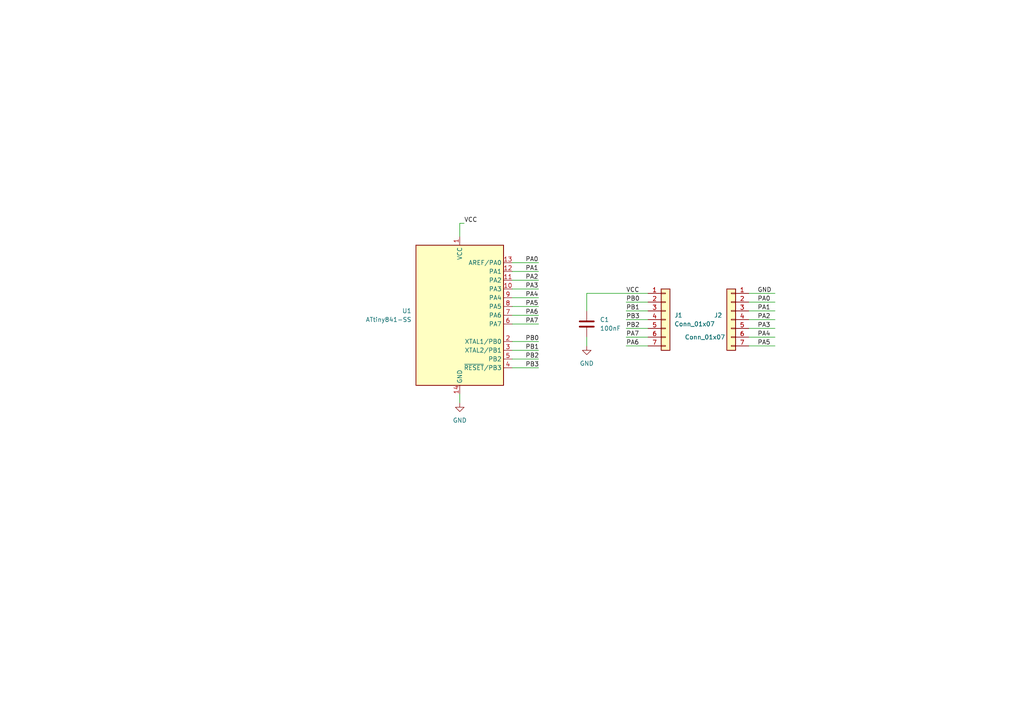
<source format=kicad_sch>
(kicad_sch (version 20211123) (generator eeschema)
  (paper "A4")
  (lib_symbols
    (symbol "Connector_Generic:Conn_01x07" (pin_names (offset 1.016) hide)
      (property "Reference" "J" (at 0 10.16 0))
      (property "Value" "Conn_01x07" (at 0 -10.16 0))
      (symbol "Conn_01x07_1_1"
        (rectangle (start -1.27 -7.493) (end 0 -7.747) (stroke (width 0.1524)))
        (rectangle (start -1.27 -4.953) (end 0 -5.207) (stroke (width 0.1524)))
        (rectangle (start -1.27 -2.413) (end 0 -2.667) (stroke (width 0.1524)))
        (rectangle (start -1.27 0.127) (end 0 -0.127) (stroke (width 0.1524)))
        (rectangle (start -1.27 2.667) (end 0 2.413) (stroke (width 0.1524)))
        (rectangle (start -1.27 5.207) (end 0 4.953) (stroke (width 0.1524)))
        (rectangle (start -1.27 7.747) (end 0 7.493) (stroke (width 0.1524)))
        (rectangle (start -1.27 8.89) (end 1.27 -8.89) (stroke (width 0.254)) (fill (type background)))
        (pin passive line (at -5.08 7.62 0) (length 3.81) (name "Pin_1") (number "1"))
        (pin passive line (at -5.08 5.08 0) (length 3.81) (name "Pin_2") (number "2"))
        (pin passive line (at -5.08 2.54 0) (length 3.81) (name "Pin_3") (number "3"))
        (pin passive line (at -5.08 0 0) (length 3.81) (name "Pin_4") (number "4"))
        (pin passive line (at -5.08 -2.54 0) (length 3.81) (name "Pin_5") (number "5"))
        (pin passive line (at -5.08 -5.08 0) (length 3.81) (name "Pin_6") (number "6"))
        (pin passive line (at -5.08 -7.62 0) (length 3.81) (name "Pin_7") (number "7"))
      )
    )
    (symbol "Device:C" (pin_numbers hide) (pin_names (offset 0.254))
      (property "Reference" "C" (at 0.635 2.54 0))
      (property "Value" "C" (at 0.635 -2.54 0))
      (symbol "C_0_1"
        (polyline (pts (xy -2.032 -0.762) (xy 2.032 -0.762)) (stroke (width 0.508)))
        (polyline (pts (xy -2.032 0.762) (xy 2.032 0.762)) (stroke (width 0.508)))
      )
      (symbol "C_1_1"
        (pin passive line (at 0 3.81 270) (length 2.794) (name "~") (number "1"))
        (pin passive line (at 0 -3.81 90) (length 2.794) (name "~") (number "2"))
      )
    )
    (symbol "MCU_Microchip_ATtiny:ATtiny841-SS"
      (property "Reference" "U" (at -12.7 21.59 0))
      (property "Value" "ATtiny841-SS" (at 2.54 -21.59 0))
      (symbol "ATtiny841-SS_0_1"
        (rectangle (start -12.7 -20.32) (end 12.7 20.32) (stroke (width 0.254)) (fill (type background)))
      )
      (symbol "ATtiny841-SS_1_1"
        (pin power_in line (at 0 22.86 270) (length 2.54) (name "VCC") (number "1"))
        (pin bidirectional line (at 15.24 7.62 180) (length 2.54) (name "PA3") (number "10"))
        (pin bidirectional line (at 15.24 10.16 180) (length 2.54) (name "PA2") (number "11"))
        (pin bidirectional line (at 15.24 12.7 180) (length 2.54) (name "PA1") (number "12"))
        (pin bidirectional line (at 15.24 15.24 180) (length 2.54) (name "AREF/PA0") (number "13"))
        (pin power_in line (at 0 -22.86 90) (length 2.54) (name "GND") (number "14"))
        (pin bidirectional line (at 15.24 -7.62 180) (length 2.54) (name "XTAL1/PB0") (number "2"))
        (pin bidirectional line (at 15.24 -10.16 180) (length 2.54) (name "XTAL2/PB1") (number "3"))
        (pin bidirectional line (at 15.24 -15.24 180) (length 2.54) (name "~{RESET}/PB3") (number "4"))
        (pin bidirectional line (at 15.24 -12.7 180) (length 2.54) (name "PB2") (number "5"))
        (pin bidirectional line (at 15.24 -2.54 180) (length 2.54) (name "PA7") (number "6"))
        (pin bidirectional line (at 15.24 0 180) (length 2.54) (name "PA6") (number "7"))
        (pin bidirectional line (at 15.24 2.54 180) (length 2.54) (name "PA5") (number "8"))
        (pin bidirectional line (at 15.24 5.08 180) (length 2.54) (name "PA4") (number "9"))
      )
    )
    (symbol "power:GND" (power) (pin_names (offset 0))
      (property "Value" "GND" (at 0 -3.81 0))
      (symbol "GND_0_1"
        (polyline (pts (xy 0 0) (xy 0 -1.27) (xy 1.27 -1.27) (xy 0 -2.54) (xy -1.27 -1.27) (xy 0 -1.27)))
      )
      (symbol "GND_1_1"
        (pin power_in line (at 0 0 270) (length 0) hide (name "GND") (number "1"))
      )
    )
  )
  (wire (pts (xy 217.17 92.71) (xy 224.79 92.71)))
  (wire (pts (xy 217.17 90.17) (xy 224.79 90.17)))
  (wire (pts (xy 148.59 81.28) (xy 156.21 81.28)))
  (wire (pts (xy 181.61 92.71) (xy 187.96 92.71)))
  (wire (pts (xy 181.61 97.79) (xy 187.96 97.79)))
  (wire (pts (xy 148.59 99.06) (xy 156.21 99.06)))
  (wire (pts (xy 217.17 97.79) (xy 224.79 97.79)))
  (wire (pts (xy 181.61 87.63) (xy 187.96 87.63)))
  (wire (pts (xy 170.18 97.79) (xy 170.18 100.33)))
  (wire (pts (xy 148.59 101.6) (xy 156.21 101.6)))
  (wire (pts (xy 148.59 76.2) (xy 156.21 76.2)))
  (wire (pts (xy 148.59 78.74) (xy 156.21 78.74)))
  (wire (pts (xy 148.59 106.68) (xy 156.21 106.68)))
  (wire (pts (xy 148.59 104.14) (xy 156.21 104.14)))
  (wire (pts (xy 217.17 95.25) (xy 224.79 95.25)))
  (wire (pts (xy 148.59 88.9) (xy 156.21 88.9)))
  (wire (pts (xy 170.18 85.09) (xy 187.96 85.09)))
  (wire (pts (xy 217.17 85.09) (xy 224.79 85.09)))
  (wire (pts (xy 148.59 93.98) (xy 156.21 93.98)))
  (wire (pts (xy 181.61 90.17) (xy 187.96 90.17)))
  (wire (pts (xy 170.18 90.17) (xy 170.18 85.09)))
  (wire (pts (xy 133.35 68.58) (xy 133.35 64.77)))
  (wire (pts (xy 217.17 100.33) (xy 224.79 100.33)))
  (wire (pts (xy 148.59 91.44) (xy 156.21 91.44)))
  (wire (pts (xy 148.59 83.82) (xy 156.21 83.82)))
  (wire (pts (xy 217.17 87.63) (xy 224.79 87.63)))
  (wire (pts (xy 181.61 95.25) (xy 187.96 95.25)))
  (wire (pts (xy 148.59 86.36) (xy 156.21 86.36)))
  (wire (pts (xy 181.61 100.33) (xy 187.96 100.33)))
  (wire (pts (xy 133.35 64.77) (xy 134.62 64.77)))
  (wire (pts (xy 133.35 114.3) (xy 133.35 116.84)))
  (label "PB0" (at 181.61 87.63 0))
  (label "PA6" (at 152.4 91.44 0))
  (label "PB0" (at 152.4 99.06 0))
  (label "PA5" (at 219.71 100.33 0))
  (label "PA4" (at 152.4 86.36 0))
  (label "PB1" (at 152.4 101.6 0))
  (label "VCC" (at 181.61 85.09 0))
  (label "PA3" (at 219.71 95.25 0))
  (label "PB3" (at 181.61 92.71 0))
  (label "PA3" (at 152.4 83.82 0))
  (label "PA0" (at 152.4 76.2 0))
  (label "PA0" (at 219.71 87.63 0))
  (label "VCC" (at 134.62 64.77 0))
  (label "PB1" (at 181.61 90.17 0))
  (label "PA6" (at 181.61 100.33 0))
  (label "PA4" (at 219.71 97.79 0))
  (label "GND" (at 219.71 85.09 0))
  (label "PA1" (at 219.71 90.17 0))
  (label "PB3" (at 152.4 106.68 0))
  (label "PA1" (at 152.4 78.74 0))
  (label "PB2" (at 181.61 95.25 0))
  (label "PA2" (at 152.4 81.28 0))
  (label "PA2" (at 219.71 92.71 0))
  (label "PB2" (at 152.4 104.14 0))
  (label "PA7" (at 152.4 93.98 0))
  (label "PA7" (at 181.61 97.79 0))
  (label "PA5" (at 152.4 88.9 0))
  (symbol (lib_id "Connector_Generic:Conn_01x07") (at 212.09 92.71 0) (mirror y) (unit 1)
    (property "Reference" "J2" (at 208.28 91.44 0))
    (property "Value" "Conn_01x07" (at 204.47 97.79 0))
    (property "Footprint" "Connector_PinHeader_2.54mm:PinHeader_1x07_P2.54mm_Vertical" (effects hide))
  )
  (symbol (lib_id "Device:C") (at 170.18 93.98 0) (unit 1)
    (property "Reference" "C1" (at 173.99 92.7099 0) (effects (justify left)))
    (property "Value" "100nF" (at 173.99 95.2499 0) (effects (justify left)))
    (property "Footprint" "Capacitor_SMD:C_0805_2012Metric_Pad1.18x1.45mm_HandSolder" (effects hide))
  )
  (symbol (lib_id "power:GND") (at 170.18 100.33 0) (unit 1)
    (property "Reference" "#PWR0102" (effects hide))
    (property "Value" "GND" (at 170.18 105.41 0))
  )
  (symbol (lib_id "power:GND") (at 133.35 116.84 0) (unit 1)
    (property "Reference" "#PWR0101" (effects hide))
    (property "Value" "GND" (at 133.35 121.92 0))
  )
  (symbol (lib_id "Connector_Generic:Conn_01x07") (at 193.04 92.71 0) (unit 1)
    (property "Reference" "J1" (at 195.58 91.4399 0) (effects (justify left)))
    (property "Value" "Conn_01x07" (at 195.58 93.9799 0) (effects (justify left)))
    (property "Footprint" "Connector_PinHeader_2.54mm:PinHeader_1x07_P2.54mm_Vertical" (effects hide))
  )
  (symbol (lib_id "MCU_Microchip_ATtiny:ATtiny841-SS") (at 133.35 91.44 0) (unit 1)
    (property "Reference" "U1" (at 119.38 90.1699 0) (effects (justify right)))
    (property "Value" "ATtiny841-SS" (at 119.38 92.7099 0) (effects (justify right)))
    (property "Footprint" "Package_SO:SOIC-14_3.9x8.7mm_P1.27mm" (effects hide))
    (property "Datasheet" "http://ww1.microchip.com/downloads/en/DeviceDoc/Atmel-8495-8-bit-AVR-Microcontrollers-ATtiny441-ATtiny841_Datasheet.pdf" (effects hide))
  )
)
</source>
